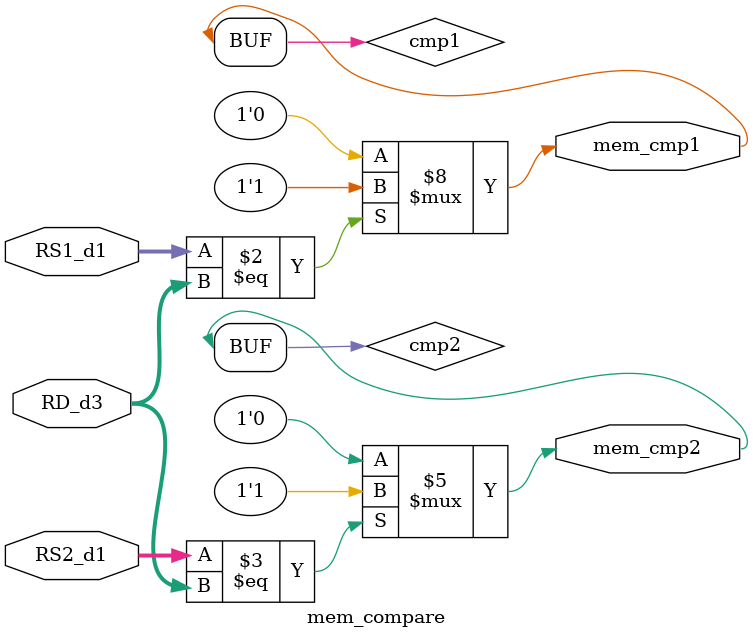
<source format=v>
module mem_compare(RS1_d1,RS2_d1,RD_d3,mem_cmp1,mem_cmp2);
input [4:0]RS1_d1;
input [4:0]RS2_d1;
input [4:0]RD_d3;
output mem_cmp1,mem_cmp2;

reg cmp1,cmp2;

always@(*)
begin
if(RS1_d1==RD_d3)
cmp1=1;
else
cmp1=0;

if(RS2_d1==RD_d3)
cmp2=1;
else
cmp2=0;

end

assign mem_cmp1 = cmp1;
assign mem_cmp2 = cmp2;

endmodule


</source>
